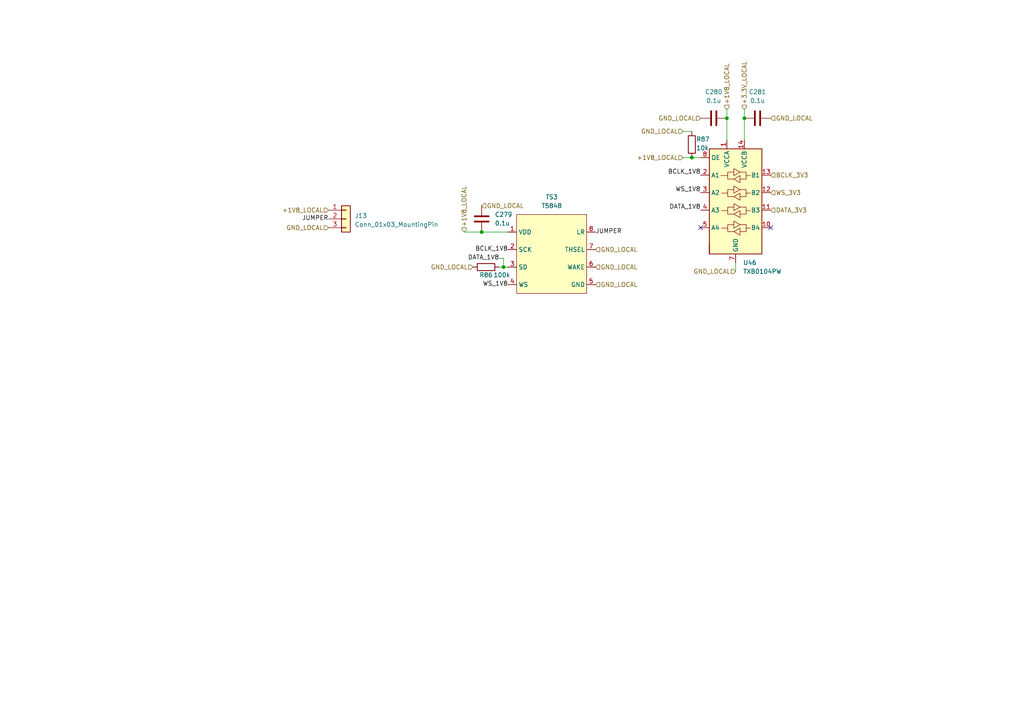
<source format=kicad_sch>
(kicad_sch (version 20250114) (generator "eeschema") (generator_version "9.0")
  (paper "A4")
  (lib_symbols
    (symbol "Connector_Generic_MountingPin:Conn_01x03_MountingPin" (pin_names (offset 1.016) (hide yes))
      (property "Reference" "J24" (at 2.54 0.9145 0))
      (property "Value" "Conn_01x03_MountingPin" (at 2.54 -1.6255 0))
      (symbol "Conn_01x03_MountingPin_1_1"
        (rectangle (start -1.27 3.81) (end 1.27 -3.81) (stroke (width 0.254)) (fill (type background)))
        (rectangle (start -1.27 2.667) (end 0 2.413) (stroke (width 0.1524)))
        (rectangle (start -1.27 0.127) (end 0 -0.127) (stroke (width 0.1524)))
        (rectangle (start -1.27 -2.413) (end 0 -2.667) (stroke (width 0.1524)))
        (pin passive line (at -5.08 2.54 0) (length 3.81) (name "Pin_1") (number "1"))
        (pin passive line (at -5.08 0 0) (length 3.81) (name "Pin_2") (number "2"))
        (pin passive line (at -5.08 -2.54 0) (length 3.81) (name "Pin_3") (number "3"))
      )
    )
    (symbol "Device:C" (pin_numbers (hide yes)) (pin_names (offset 0.254))
      (property "Reference" "C" (at 0.635 2.54 0))
      (property "Value" "C" (at 0.635 -2.54 0))
      (symbol "C_0_1"
        (polyline (pts (xy -2.032 0.762) (xy 2.032 0.762)) (stroke (width 0.508)))
        (polyline (pts (xy -2.032 -0.762) (xy 2.032 -0.762)) (stroke (width 0.508)))
      )
      (symbol "C_1_1"
        (pin passive line (at 0 3.81 270) (length 2.794) (name "~") (number "1"))
        (pin passive line (at 0 -3.81 90) (length 2.794) (name "~") (number "2"))
      )
    )
    (symbol "Device:R" (pin_numbers (hide yes)) (pin_names (offset 0))
      (property "Reference" "R" (at 2.032 0 90))
      (property "Value" "R" (at 0 0 90))
      (symbol "R_0_1"
        (rectangle (start -1.016 -2.54) (end 1.016 2.54) (stroke (width 0.254)))
      )
      (symbol "R_1_1"
        (pin passive line (at 0 3.81 270) (length 1.27) (name "~") (number "1"))
        (pin passive line (at 0 -3.81 90) (length 1.27) (name "~") (number "2"))
      )
    )
    (symbol "Logic_LevelTranslator:TXB0104PW"
      (property "Reference" "U" (at -6.35 16.51 0))
      (property "Value" "TXB0104PW" (at 3.81 16.51 0))
      (symbol "TXB0104PW_0_1"
        (rectangle (start -7.62 15.24) (end 7.62 -15.24) (stroke (width 0.254)) (fill (type background)))
        (rectangle (start -7.62 -15.24) (end -7.62 -12.7) (stroke (width 0.254)))
        (polyline (pts (xy -2.286 7.493) (xy -2.286 8.509) (xy -0.508 8.509)))
        (polyline (pts (xy -2.286 2.413) (xy -2.286 3.429) (xy -0.508 3.429)))
        (polyline (pts (xy -2.286 -2.667) (xy -2.286 -1.651) (xy -0.508 -1.651)))
        (polyline (pts (xy -2.286 -7.747) (xy -2.286 -6.731) (xy -0.508 -6.731)))
        (polyline (pts (xy -0.508 6.477) (xy -2.286 6.477) (xy -2.286 7.493) (xy -4.318 7.493)))
        (polyline (pts (xy -0.508 6.477) (xy 1.27 7.493) (xy 1.27 5.461) (xy -0.508 6.477)))
        (polyline (pts (xy -0.508 1.397) (xy -2.286 1.397) (xy -2.286 2.413) (xy -4.064 2.413)))
        (polyline (pts (xy -0.508 1.397) (xy 1.27 2.413) (xy 1.27 0.381) (xy -0.508 1.397)))
        (polyline (pts (xy -0.508 -3.683) (xy -2.286 -3.683) (xy -2.286 -2.667) (xy -4.064 -2.667)))
        (polyline (pts (xy -0.508 -3.683) (xy 1.27 -2.667) (xy 1.27 -4.699) (xy -0.508 -3.683)))
        (polyline (pts (xy -0.508 -8.763) (xy -2.286 -8.763) (xy -2.286 -7.747) (xy -4.064 -7.747)))
        (polyline (pts (xy -0.508 -8.763) (xy 1.27 -7.747) (xy 1.27 -9.779) (xy -0.508 -8.763)))
        (polyline (pts (xy 1.27 8.509) (xy -0.508 7.493) (xy -0.508 9.525) (xy 1.27 8.509)))
        (polyline (pts (xy 1.27 8.509) (xy 3.048 8.509) (xy 3.048 7.493) (xy 4.318 7.493)))
        (polyline (pts (xy 1.27 3.429) (xy -0.508 2.413) (xy -0.508 4.445) (xy 1.27 3.429)))
        (polyline (pts (xy 1.27 3.429) (xy 3.048 3.429) (xy 3.048 2.413) (xy 4.318 2.413)))
        (polyline (pts (xy 1.27 -1.651) (xy -0.508 -2.667) (xy -0.508 -0.635) (xy 1.27 -1.651)))
        (polyline (pts (xy 1.27 -1.651) (xy 3.048 -1.651) (xy 3.048 -2.667) (xy 4.318 -2.667)))
        (polyline (pts (xy 1.27 -6.731) (xy -0.508 -7.747) (xy -0.508 -5.715) (xy 1.27 -6.731)))
        (polyline (pts (xy 1.27 -6.731) (xy 3.048 -6.731) (xy 3.048 -7.747) (xy 4.318 -7.747)))
        (polyline (pts (xy 3.048 7.493) (xy 3.048 6.477) (xy 1.27 6.477)))
        (polyline (pts (xy 3.048 2.413) (xy 3.048 1.397) (xy 1.27 1.397)))
        (polyline (pts (xy 3.048 -2.667) (xy 3.048 -3.683) (xy 1.27 -3.683)))
        (polyline (pts (xy 3.048 -7.747) (xy 3.048 -8.763) (xy 1.27 -8.763)))
      )
      (symbol "TXB0104PW_1_1"
        (pin input line (at -10.16 12.7 0) (length 2.54) (name "OE") (number "8"))
        (pin bidirectional line (at -10.16 7.62 0) (length 2.54) (name "A1") (number "2"))
        (pin bidirectional line (at -10.16 2.54 0) (length 2.54) (name "A2") (number "3"))
        (pin bidirectional line (at -10.16 -2.54 0) (length 2.54) (name "A3") (number "4"))
        (pin bidirectional line (at -10.16 -7.62 0) (length 2.54) (name "A4") (number "5"))
        (pin no_connect line (at -7.62 -12.7 0) (length 2.54) (hide yes) (name "NC") (number "6"))
        (pin power_in line (at -2.54 17.78 270) (length 2.54) (name "VCCA") (number "1"))
        (pin power_in line (at 0 -17.78 90) (length 2.54) (name "GND") (number "7"))
        (pin power_in line (at 2.54 17.78 270) (length 2.54) (name "VCCB") (number "14"))
        (pin no_connect line (at 7.62 -12.7 180) (length 2.54) (hide yes) (name "NC") (number "9"))
        (pin bidirectional line (at 10.16 7.62 180) (length 2.54) (name "B1") (number "13"))
        (pin bidirectional line (at 10.16 2.54 180) (length 2.54) (name "B2") (number "12"))
        (pin bidirectional line (at 10.16 -2.54 180) (length 2.54) (name "B3") (number "11"))
        (pin bidirectional line (at 10.16 -7.62 180) (length 2.54) (name "B4") (number "10"))
      )
    )
    (symbol "TDK_TS848:TS848"
      (property "Reference" "T5848" (at 0 0 0))
      (symbol "TS848_0_1"
        (rectangle (start -10.16 1.27) (end 10.16 -21.59) (fill (type color) (color 255 255 194 1)))
      )
      (symbol "TS848_1_1"
        (pin power_in line (at -12.7 -3.81 0) (length 2.54) (name "VDD") (number "1"))
        (pin input line (at -12.7 -8.89 0) (length 2.54) (name "SCK") (number "2"))
        (pin output line (at -12.7 -13.97 0) (length 2.54) (name "SD") (number "3"))
        (pin input line (at -12.7 -19.05 0) (length 2.54) (name "WS") (number "4"))
        (pin input line (at 12.7 -3.81 180) (length 2.54) (name "LR") (number "8"))
        (pin input line (at 12.7 -8.89 180) (length 2.54) (name "THSEL") (number "7"))
        (pin input line (at 12.7 -13.97 180) (length 2.54) (name "WAKE") (number "6"))
        (pin power_in line (at 12.7 -19.05 180) (length 2.54) (name "GND") (number "5"))
      )
    )
  )
  (junction (at 146.05 77.47))
  (junction (at 210.82 34.29))
  (junction (at 139.7 67.31))
  (junction (at 200.66 45.72))
  (junction (at 215.9 34.29))
  (no_connect (at 203.2 66.04))
  (no_connect (at 223.52 66.04))
  (wire (pts (xy 210.82 31.75) (xy 210.82 34.29)))
  (wire (pts (xy 200.66 45.72) (xy 203.2 45.72)))
  (wire (pts (xy 147.32 77.47) (xy 146.05 77.47)))
  (wire (pts (xy 198.12 45.72) (xy 200.66 45.72)))
  (wire (pts (xy 213.36 76.2) (xy 213.36 78.74)))
  (wire (pts (xy 134.62 67.31) (xy 139.7 67.31)))
  (wire (pts (xy 215.9 31.75) (xy 215.9 34.29)))
  (wire (pts (xy 146.05 74.93) (xy 144.78 74.93)))
  (wire (pts (xy 215.9 34.29) (xy 215.9 40.64)))
  (wire (pts (xy 146.05 77.47) (xy 144.78 77.47)))
  (wire (pts (xy 146.05 74.93) (xy 146.05 77.47)))
  (wire (pts (xy 198.12 38.1) (xy 200.66 38.1)))
  (wire (pts (xy 210.82 34.29) (xy 210.82 40.64)))
  (wire (pts (xy 139.7 67.31) (xy 147.32 67.31)))
  (label "BCLK_1V8" (at 203.2 50.8 180))
  (label "DATA_1V8" (at 203.2 60.96 180))
  (label "BCLK_1V8" (at 147.32 72.39 180))
  (label "WS_1V8" (at 203.2 55.88 180))
  (label "JUMPER" (at 95.25 63.5 180))
  (label "WS_1V8" (at 147.32 82.55 180))
  (label "DATA_1V8" (at 144.78 74.93 180))
  (label "JUMPER" (at 172.72 67.31 0))
  (hierarchical_label "GND_LOCAL" (shape input) (at 213.36 78.74 180))
  (hierarchical_label "GND_LOCAL" (shape input) (at 172.72 77.47 0))
  (hierarchical_label "+1V8_LOCAL" (shape input) (at 210.82 31.75 90))
  (hierarchical_label "GND_LOCAL" (shape input) (at 95.25 66.04 180))
  (hierarchical_label "BCLK_3V3" (shape input) (at 223.52 50.8 0))
  (hierarchical_label "GND_LOCAL" (shape input) (at 203.2 34.29 180))
  (hierarchical_label "WS_3V3" (shape input) (at 223.52 55.88 0))
  (hierarchical_label "GND_LOCAL" (shape input) (at 172.72 72.39 0))
  (hierarchical_label "+1V8_LOCAL" (shape input) (at 95.25 60.96 180))
  (hierarchical_label "GND_LOCAL" (shape input) (at 223.52 34.29 0))
  (hierarchical_label "GND_LOCAL" (shape input) (at 137.16 77.47 180))
  (hierarchical_label "DATA_3V3" (shape input) (at 223.52 60.96 0))
  (hierarchical_label "GND_LOCAL" (shape input) (at 198.12 38.1 180))
  (hierarchical_label "GND_LOCAL" (shape input) (at 139.7 59.69 0))
  (hierarchical_label "GND_LOCAL" (shape input) (at 172.72 82.55 0))
  (hierarchical_label "+1V8_LOCAL" (shape input) (at 134.62 67.31 90))
  (hierarchical_label "+1V8_LOCAL" (shape input) (at 198.12 45.72 180))
  (hierarchical_label "+3.3V_LOCAL" (shape input) (at 215.9 31.75 90))
  (symbol (lib_id "Device:C") (at 139.7 63.5 180) (unit 1)
    (property "Reference" "C287" (at 143.51 62.2299 0) (effects (justify right)))
    (property "Value" "0.1u" (at 143.51 64.7699 0) (effects (justify right)))
    (property "Footprint" "Capacitor_SMD:C_0603_1608Metric" (effects (hide yes)))
    (property "Description" "Unpolarized capacitor" (effects (hide yes)))
    (instances (project "" (path "" (reference "C279") (unit 1)) (path "" (reference "C287") (unit 1)) (path "" (reference "C288") (unit 1)) (path "" (reference "C298") (unit 1)) (path "" (reference "C271") (unit 1)) (path "" (reference "C262") (unit 1))))
  )
  (symbol (lib_id "Device:R") (at 140.97 77.47 90) (unit 1)
    (property "Reference" "R90" (at 140.97 79.756 90))
    (property "Value" "100k" (at 145.542 79.756 90))
    (property "Footprint" "Resistor_SMD:R_0603_1608Metric" (effects (hide yes)))
    (property "Description" "Resistor" (effects (hide yes)))
    (instances (project "" (path "" (reference "R86") (unit 1)) (path "" (reference "R90") (unit 1)) (path "" (reference "R89") (unit 1)) (path "" (reference "R94") (unit 1)) (path "" (reference "R82") (unit 1)) (path "" (reference "R79") (unit 1))))
  )
  (symbol (lib_id "Device:R") (at 200.66 41.91 0) (unit 1)
    (property "Reference" "R92" (at 201.93 40.386 0) (effects (justify left)))
    (property "Value" "10k" (at 201.93 42.926 0) (effects (justify left)))
    (property "Footprint" "Resistor_SMD:R_0603_1608Metric" (effects (hide yes)))
    (property "Description" "Resistor" (effects (hide yes)))
    (instances (project "" (path "" (reference "R87") (unit 1)) (path "" (reference "R92") (unit 1)) (path "" (reference "R91") (unit 1)) (path "" (reference "R95") (unit 1)) (path "" (reference "R84") (unit 1)) (path "" (reference "R80") (unit 1))))
  )
  (symbol (lib_id "TDK_TS848:TS848") (at 160.02 63.5 0) (unit 1)
    (property "Reference" "TS5" (at 160.02 57.15 0))
    (property "Value" "T5848" (at 160.02 59.69 0))
    (property "Footprint" "T5848:TDK_T5848_Pad" (effects (hide yes)))
    (instances (project "" (path "" (reference "TS3") (unit 1)) (path "" (reference "TS5") (unit 1)) (path "" (reference "TS4") (unit 1)) (path "" (reference "TS6") (unit 1)) (path "" (reference "TS2") (unit 1)) (path "" (reference "TS1") (unit 1))))
  )
  (symbol (lib_id "Logic_LevelTranslator:TXB0104PW") (at 213.36 58.42 0) (unit 1)
    (property "Reference" "U53" (at 215.5033 76.2 0) (effects (justify left)))
    (property "Value" "TXB0104PW" (at 215.5033 78.74 0) (effects (justify left)))
    (property "Footprint" "Package_SO:TSSOP-14_4.4x5mm_P0.65mm" (effects (hide yes)))
    (property "Datasheet" "http://www.ti.com/lit/ds/symlink/txb0104.pdf" (effects (hide yes)))
    (property "Description" "4-Bit Bidirectional Voltage-Level Translator, Auto Direction Sensing and ±15-kV ESD Protection, 1.2 - 3.6V APort, 1.65 - 5.5V BPort, TSSOP-14" (effects (hide yes)))
    (instances (project "AEC_Speaker_Mic_System" (path "" (reference "U46") (unit 1)) (path "" (reference "U53") (unit 1)) (path "" (reference "U54") (unit 1)) (path "" (reference "U61") (unit 1)) (path "" (reference "U39") (unit 1)) (path "" (reference "U28") (unit 1))))
  )
  (symbol (lib_id "Connector_Generic_MountingPin:Conn_01x03_MountingPin") (at 100.33 63.5 0) (unit 1)
    (property "Reference" "J15" (at 102.87 62.5855 0) (effects (justify left)))
    (property "Value" "Conn_01x03_MountingPin" (at 102.87 65.1255 0) (effects (justify left)))
    (property "Footprint" "Connector_PinHeader_2.54mm:PinHeader_1x03_P2.54mm_Vertical_SMD_Pin1Left" (effects (hide yes)))
    (property "Description" "Generic connectable mounting pin connector, single row, 01x03, script generated (kicad-library-utils/schlib/autogen/connector/)" (effects (hide yes)))
    (property "LCSC Part #" "C5160786" (effects (hide yes)))
    (instances (project "" (path "" (reference "J13") (unit 1)) (path "" (reference "J15") (unit 1)) (path "" (reference "J14") (unit 1)) (path "" (reference "J16") (unit 1)) (path "" (reference "J12") (unit 1)) (path "" (reference "J11") (unit 1))))
  )
  (symbol (lib_id "Device:C") (at 219.71 34.29 90) (unit 1)
    (property "Reference" "C291" (at 219.71 26.67 90))
    (property "Value" "0.1u" (at 219.71 29.21 90))
    (property "Footprint" "Capacitor_SMD:C_0603_1608Metric" (effects (hide yes)))
    (property "Description" "Unpolarized capacitor" (effects (hide yes)))
    (instances (project "" (path "" (reference "C281") (unit 1)) (path "" (reference "C291") (unit 1)) (path "" (reference "C292") (unit 1)) (path "" (reference "C300") (unit 1)) (path "" (reference "C273") (unit 1)) (path "" (reference "C264") (unit 1))))
  )
  (symbol (lib_id "Device:C") (at 207.01 34.29 90) (unit 1)
    (property "Reference" "C289" (at 207.01 26.67 90))
    (property "Value" "0.1u" (at 207.01 29.21 90))
    (property "Footprint" "Capacitor_SMD:C_0603_1608Metric" (effects (hide yes)))
    (property "Description" "Unpolarized capacitor" (effects (hide yes)))
    (instances (project "" (path "" (reference "C280") (unit 1)) (path "" (reference "C289") (unit 1)) (path "" (reference "C290") (unit 1)) (path "" (reference "C299") (unit 1)) (path "" (reference "C272") (unit 1)) (path "" (reference "C263") (unit 1))))
  )
)
</source>
